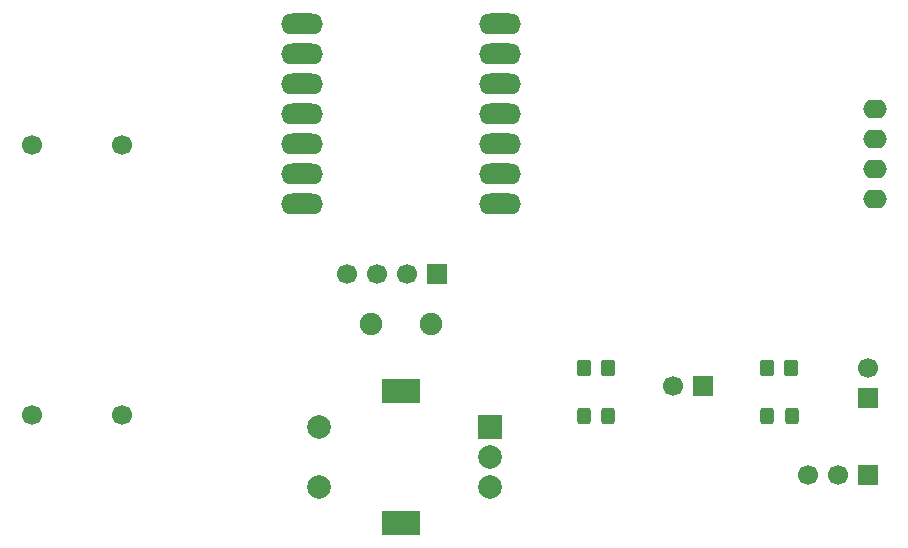
<source format=gbr>
%TF.GenerationSoftware,KiCad,Pcbnew,9.0.6*%
%TF.CreationDate,2026-02-02T20:02:42-08:00*%
%TF.ProjectId,Display Device,44697370-6c61-4792-9044-65766963652e,rev?*%
%TF.SameCoordinates,Original*%
%TF.FileFunction,Soldermask,Top*%
%TF.FilePolarity,Negative*%
%FSLAX46Y46*%
G04 Gerber Fmt 4.6, Leading zero omitted, Abs format (unit mm)*
G04 Created by KiCad (PCBNEW 9.0.6) date 2026-02-02 20:02:42*
%MOMM*%
%LPD*%
G01*
G04 APERTURE LIST*
G04 Aperture macros list*
%AMRoundRect*
0 Rectangle with rounded corners*
0 $1 Rounding radius*
0 $2 $3 $4 $5 $6 $7 $8 $9 X,Y pos of 4 corners*
0 Add a 4 corners polygon primitive as box body*
4,1,4,$2,$3,$4,$5,$6,$7,$8,$9,$2,$3,0*
0 Add four circle primitives for the rounded corners*
1,1,$1+$1,$2,$3*
1,1,$1+$1,$4,$5*
1,1,$1+$1,$6,$7*
1,1,$1+$1,$8,$9*
0 Add four rect primitives between the rounded corners*
20,1,$1+$1,$2,$3,$4,$5,0*
20,1,$1+$1,$4,$5,$6,$7,0*
20,1,$1+$1,$6,$7,$8,$9,0*
20,1,$1+$1,$8,$9,$2,$3,0*%
G04 Aperture macros list end*
%ADD10RoundRect,0.250000X-0.350000X-0.450000X0.350000X-0.450000X0.350000X0.450000X-0.350000X0.450000X0*%
%ADD11RoundRect,0.250000X0.350000X0.450000X-0.350000X0.450000X-0.350000X-0.450000X0.350000X-0.450000X0*%
%ADD12RoundRect,0.250000X0.325000X0.450000X-0.325000X0.450000X-0.325000X-0.450000X0.325000X-0.450000X0*%
%ADD13RoundRect,0.250000X-0.325000X-0.450000X0.325000X-0.450000X0.325000X0.450000X-0.325000X0.450000X0*%
%ADD14O,2.000000X1.600000*%
%ADD15R,1.700000X1.700000*%
%ADD16C,1.700000*%
%ADD17R,2.000000X2.000000*%
%ADD18C,2.000000*%
%ADD19R,3.200000X2.000000*%
%ADD20O,3.556000X1.778000*%
%ADD21C,1.905000*%
G04 APERTURE END LIST*
D10*
%TO.C,R2*%
X195950000Y-80000000D03*
X197950000Y-80000000D03*
%TD*%
D11*
%TO.C,R1*%
X213455000Y-80000000D03*
X211455000Y-80000000D03*
%TD*%
D12*
%TO.C,D2*%
X213525000Y-84000000D03*
X211475000Y-84000000D03*
%TD*%
D13*
%TO.C,D3*%
X195925000Y-84000000D03*
X197975000Y-84000000D03*
%TD*%
D14*
%TO.C,Brd1*%
X220600000Y-65620000D03*
X220600000Y-63080000D03*
X220600000Y-60540000D03*
X220600000Y-58000000D03*
%TD*%
D15*
%TO.C,BT1*%
X220000000Y-82500000D03*
D16*
X220000000Y-79960000D03*
%TD*%
D17*
%TO.C,SW2*%
X188000000Y-85000000D03*
D18*
X188000000Y-90000000D03*
X188000000Y-87500000D03*
D19*
X180500000Y-93100000D03*
X180500000Y-81900000D03*
D18*
X173500000Y-90000000D03*
X173500000Y-85000000D03*
%TD*%
D15*
%TO.C,SW1*%
X220000000Y-89000000D03*
D16*
X217460000Y-89000000D03*
X214920000Y-89000000D03*
%TD*%
D15*
%TO.C,D1*%
X183540000Y-72000000D03*
D16*
X181000000Y-72000000D03*
X178460000Y-72000000D03*
X175920000Y-72000000D03*
%TD*%
%TO.C,M1*%
X156810000Y-61070000D03*
X149190000Y-61070000D03*
X149190000Y-83930000D03*
X156810000Y-83930000D03*
%TD*%
D15*
%TO.C,SW3*%
X206000000Y-81500000D03*
D16*
X203460000Y-81500000D03*
%TD*%
D20*
%TO.C,U2*%
X188882000Y-50800000D03*
X188882000Y-53340000D03*
X188882000Y-55880000D03*
X188882000Y-58420000D03*
X188882000Y-60960000D03*
X188882000Y-63500000D03*
X188882000Y-66040000D03*
X172118000Y-66040000D03*
X172118000Y-63500000D03*
X172118000Y-60960000D03*
X172118000Y-58420000D03*
X172118000Y-55880000D03*
X172118000Y-53340000D03*
X172118000Y-50800000D03*
D21*
X183040000Y-76200000D03*
X177960000Y-76200000D03*
%TD*%
M02*

</source>
